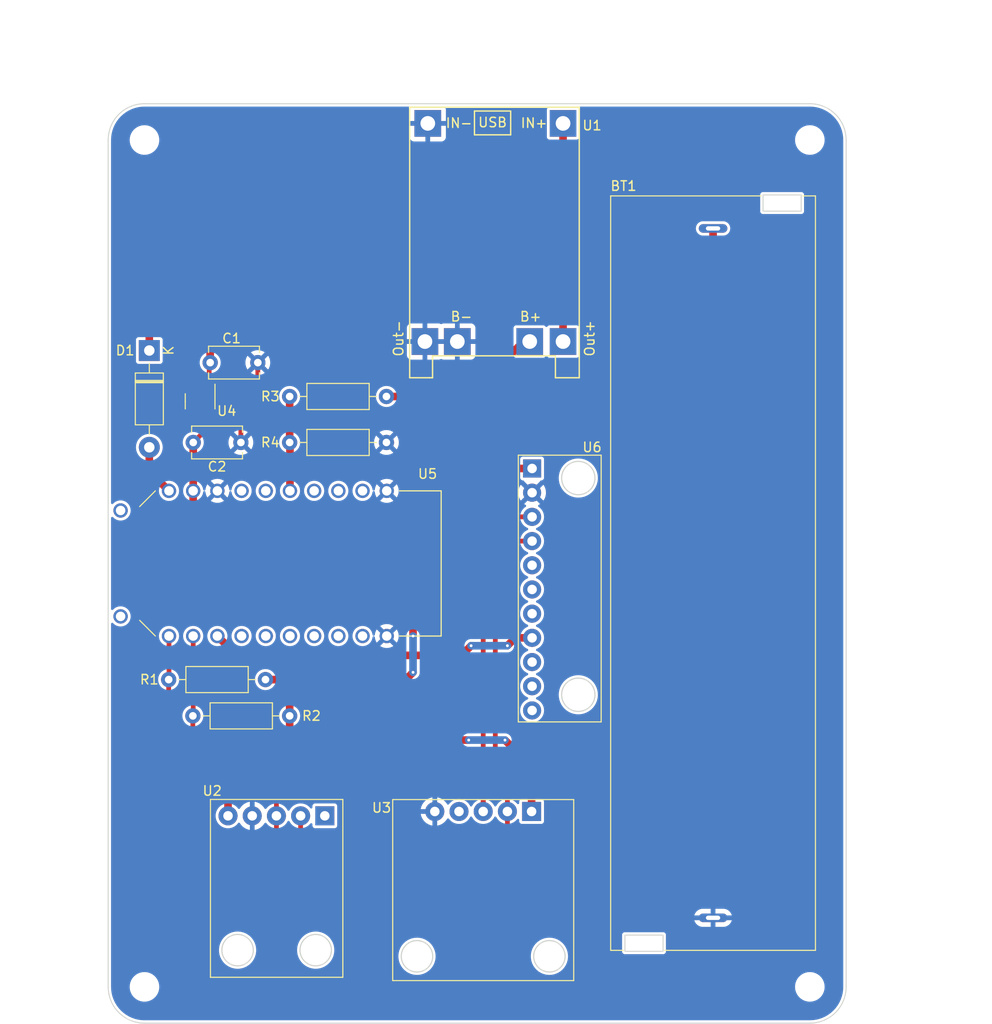
<source format=kicad_pcb>
(kicad_pcb (version 20211014) (generator pcbnew)
  (layers (0 "F.Cu" signal) (31 "B.Cu" power) (34 "B.Paste" user) (35 "F.Paste" user) (36 "B.SilkS" user "B.Silkscreen") (37 "F.SilkS" user "F.Silkscreen") (38 "B.Mask" user) (39 "F.Mask" user) (44 "Edge.Cuts" user))
  (net 0 "")
  (net 1 "VCC")
  (net 2 "GND")
  (net 3 "+3V0")
  (net 4 "Net-(D1-Pad1)")
  (net 5 "VBUS")
  (net 6 "/VBAT")
  (net 7 "/SDA")
  (net 8 "/SCL")
  (net 9 "Net-(R3-Pad2)")
  (net 15 "/INT1")
  (footprint "custom:MODULE_NRF52840-DONGLE" (layer "F.Cu") (at 95.758 97.79 180)
    (fp_text reference "U5" (at -21.59 9.398 180) (layer "F.SilkS"))
    (fp_text value "NRF52840-DONGLE")
    (fp_line (start -23.02 7.62) (end -18.65 7.62) (layer "F.SilkS") (width 0.127))
    (fp_line (start 6.985 7.62) (end 8.636 5.969) (layer "F.SilkS") (width 0.12))
    (fp_line (start -18.65 -7.62) (end -23.02 -7.62) (layer "F.SilkS") (width 0.127))
    (fp_line (start 6.985 -7.62) (end 8.636 -5.969) (layer "F.SilkS") (width 0.12))
    (fp_line (start -23.02 -7.62) (end -23.02 7.62) (layer "F.SilkS") (width 0.127))
    (pad "0.02" thru_hole circle (at -7.145 7.62 180) (size 1.508 1.508) (drill 1) (layers *.Cu *.Mask) (net 9 "Net-(R3-Pad2)"))
    (pad "0.09" thru_hole circle (at -12.225 -7.62 180) (size 1.508 1.508) (drill 1) (layers *.Cu *.Mask))
    (pad "0.10" thru_hole circle (at -14.765 -7.62 180) (size 1.508 1.508) (drill 1) (layers *.Cu *.Mask))
    (pad "0.13" thru_hole circle (at 5.555 -7.62 180) (size 1.508 1.508) (drill 1) (layers *.Cu *.Mask) (net 7 "/SDA"))
    (pad "0.15" thru_hole circle (at 3.015 -7.62 180) (size 1.508 1.508) (drill 1) (layers *.Cu *.Mask) (net 8 "/SCL"))
    (pad "0.17" thru_hole circle (at 0.475 -7.62 180) (size 1.508 1.508) (drill 1) (layers *.Cu *.Mask) (net 15 "/INT1"))
    (pad "0.20" thru_hole circle (at -2.065 -7.62 180) (size 1.508 1.508) (drill 1) (layers *.Cu *.Mask))
    (pad "0.22" thru_hole circle (at -4.605 -7.62 180) (size 1.508 1.508) (drill 1) (layers *.Cu *.Mask))
    (pad "0.24" thru_hole circle (at -7.145 -7.62 180) (size 1.508 1.508) (drill 1) (layers *.Cu *.Mask))
    (pad "0.29" thru_hole circle (at -4.605 7.62 180) (size 1.508 1.508) (drill 1) (layers *.Cu *.Mask))
    (pad "0.31" thru_hole circle (at -2.065 7.62 180) (size 1.508 1.508) (drill 1) (layers *.Cu *.Mask))
    (pad "1.00" thru_hole circle (at -9.685 -7.62 180) (size 1.508 1.508) (drill 1) (layers *.Cu *.Mask))
    (pad "1.10" thru_hole circle (at -14.765 7.62 180) (size 1.508 1.508) (drill 1) (layers *.Cu *.Mask))
    (pad "1.13" thru_hole circle (at -12.225 7.62 180) (size 1.508 1.508) (drill 1) (layers *.Cu *.Mask))
    (pad "1.15" thru_hole circle (at -9.685 7.62 180) (size 1.508 1.508) (drill 1) (layers *.Cu *.Mask))
    (pad "G1" thru_hole circle (at -17.305 -7.62 180) (size 1.508 1.508) (drill 1) (layers *.Cu *.Mask) (net 2 "GND"))
    (pad "G2" thru_hole circle (at -17.305 7.62 180) (size 1.508 1.508) (drill 1) (layers *.Cu *.Mask) (net 2 "GND"))
    (pad "G3" thru_hole circle (at 0.475 7.62 180) (size 1.508 1.508) (drill 1) (layers *.Cu *.Mask) (net 2 "GND"))
    (pad "OUT" thru_hole circle (at 3.015 7.62 180) (size 1.508 1.508) (drill 1) (layers *.Cu *.Mask) (net 3 "+3V0"))
    (pad "SWDCLK" thru_hole circle (at 10.635 5.56 180) (size 1.508 1.508) (drill 1) (layers *.Cu *.Mask))
    (pad "SWDIO" thru_hole circle (at 10.635 -5.56 180) (size 1.508 1.508) (drill 1) (layers *.Cu *.Mask))
    (pad "VBUS" thru_hole circle (at 5.555 7.62 180) (size 1.508 1.508) (drill 1) (layers *.Cu *.Mask) (net 5 "VBUS"))
  )
  (footprint "custom:TP4056-18650" (layer "F.Cu") (at 133.2725 49.8955 -90)
    (fp_text reference "U1" (at 1.9205 -1.3475) (layer "F.SilkS"))
    (fp_text value "TP4056")
    (fp_text user "B+" (at 21.9865 5.1) (layer "F.SilkS"))
    (fp_text user "B-" (at 21.9865 12.3685) (layer "F.SilkS"))
    (fp_text user "USB" (at 1.6 9.1) (layer "F.SilkS"))
    (fp_text user "IN+" (at 1.6665 4.7485) (layer "F.SilkS"))
    (fp_text user "Out-" (at 24.2725 18.9725 90) (layer "F.SilkS"))
    (fp_text user "IN-" (at 1.6665 12.6225) (layer "F.SilkS"))
    (fp_text user "Out+" (at 24.2725 -1.0935 90) (layer "F.SilkS"))
    (fp_line (start 28.4 15.4) (end 28.4 15.7) (layer "F.SilkS") (width 0.15))
    (fp_line (start 26.1 2.5) (end 26.1 15.4) (layer "F.SilkS") (width 0.15))
    (fp_line (start 2.9 11) (end 0.4 11) (layer "F.SilkS") (width 0.15))
    (fp_line (start 0.4 7.2) (end 2.9 7.2) (layer "F.SilkS") (width 0.15))
    (fp_line (start 28.4 17.8) (end 0 17.8) (layer "F.SilkS") (width 0.15))
    (fp_line (start 26.3 0) (end 28.4 0) (layer "F.SilkS") (width 0.15))
    (fp_line (start 0 0) (end 26.3 0) (layer "F.SilkS") (width 0.15))
    (fp_line (start 28.4 0) (end 28.4 2.5) (layer "F.SilkS") (width 0.15))
    (fp_line (start 28.4 2.5) (end 26.1 2.5) (layer "F.SilkS") (width 0.15))
    (fp_line (start 28.4 15.7) (end 28.4 17.8) (layer "F.SilkS") (width 0.15))
    (fp_line (start 2.9 7.2) (end 2.9 11) (layer "F.SilkS") (width 0.15))
    (fp_line (start 26.1 15.4) (end 26.4 15.4) (layer "F.SilkS") (width 0.15))
    (fp_line (start 0 17.8) (end 0 0) (layer "F.SilkS") (width 0.15))
    (fp_line (start 26.3 15.4) (end 28.4 15.4) (layer "F.SilkS") (width 0.15))
    (fp_line (start 0.4 11) (end 0.4 7.3) (layer "F.SilkS") (width 0.15))
    (pad "1" thru_hole rect (at 1.7 1.7 270) (size 2.8 2.8) (drill 1.54) (layers *.Cu *.Mask) (net 4 "Net-(D1-Pad1)"))
    (pad "2" thru_hole rect (at 1.7 15.9 270) (size 2.8 2.8) (drill 1.54) (layers *.Cu *.Mask) (net 2 "GND"))
    (pad "3" thru_hole rect (at 24.6 1.7 270) (size 2.8 2.8) (drill 1.54) (layers *.Cu *.Mask) (net 1 "VCC"))
    (pad "4" thru_hole rect (at 24.6 5.2 270) (size 2.8 2.8) (drill 1.54) (layers *.Cu *.Mask) (net 6 "/VBAT"))
    (pad "5" thru_hole rect (at 24.6 12.8 270) (size 2.8 2.8) (drill 1.54) (layers *.Cu *.Mask) (net 2 "GND"))
    (pad "6" thru_hole rect (at 24.6 16.2 270) (size 2.8 2.8) (drill 1.54) (layers *.Cu *.Mask) (net 2 "GND"))
  )
  (footprint "Resistor_THT:R_Axial_DIN0207_L6.3mm_D2.5mm_P10.16mm_Horizontal" (layer "F.Cu") (at 113.03 80.264 180)
    (fp_text reference "R3" (at 12.192 0 180) (layer "F.SilkS"))
    (fp_text value "100k")
    (fp_line (start 8.35 1.37) (end 8.35 -1.37) (layer "F.SilkS") (width 0.12))
    (fp_line (start 9.12 0) (end 8.35 0) (layer "F.SilkS") (width 0.12))
    (fp_line (start 1.81 1.37) (end 8.35 1.37) (layer "F.SilkS") (width 0.12))
    (fp_line (start 8.35 -1.37) (end 1.81 -1.37) (layer "F.SilkS") (width 0.12))
    (fp_line (start 1.81 -1.37) (end 1.81 1.37) (layer "F.SilkS") (width 0.12))
    (fp_line (start 1.04 0) (end 1.81 0) (layer "F.SilkS") (width 0.12))
    (pad "1" thru_hole circle (at 0 0 180) (size 1.6 1.6) (drill 0.8) (layers *.Cu *.Mask) (net 6 "/VBAT"))
    (pad "2" thru_hole oval (at 10.16 0 180) (size 1.6 1.6) (drill 0.8) (layers *.Cu *.Mask) (net 9 "Net-(R3-Pad2)"))
  )
  (footprint "Resistor_THT:R_Axial_DIN0207_L6.3mm_D2.5mm_P10.16mm_Horizontal" (layer "F.Cu") (at 92.71 113.792)
    (fp_text reference "R2" (at 12.446 0) (layer "F.SilkS"))
    (fp_text value "4.7k")
    (fp_line (start 8.35 1.37) (end 8.35 -1.37) (layer "F.SilkS") (width 0.12))
    (fp_line (start 1.81 -1.37) (end 1.81 1.37) (layer "F.SilkS") (width 0.12))
    (fp_line (start 1.81 1.37) (end 8.35 1.37) (layer "F.SilkS") (width 0.12))
    (fp_line (start 9.12 0) (end 8.35 0) (layer "F.SilkS") (width 0.12))
    (fp_line (start 8.35 -1.37) (end 1.81 -1.37) (layer "F.SilkS") (width 0.12))
    (fp_line (start 1.04 0) (end 1.81 0) (layer "F.SilkS") (width 0.12))
    (pad "1" thru_hole circle (at 0 0) (size 1.6 1.6) (drill 0.8) (layers *.Cu *.Mask) (net 8 "/SCL"))
    (pad "2" thru_hole oval (at 10.16 0) (size 1.6 1.6) (drill 0.8) (layers *.Cu *.Mask) (net 3 "+3V0"))
  )
  (footprint "custom:BH1750" (layer "F.Cu") (at 108.455 141.235 180)
    (fp_text reference "U2" (at 13.713 19.569 unlocked) (layer "F.SilkS"))
    (fp_text value "BH1750")
    (fp_line (start 0 0) (end 0 18.669) (layer "F.SilkS") (width 0.12))
    (fp_line (start 13.9 0) (end 13.9 18.669) (layer "F.SilkS") (width 0.12))
    (fp_line (start 0 0) (end 13.9 0) (layer "F.SilkS") (width 0.12))
    (fp_line (start 0 18.669) (end 13.9 18.669) (layer "F.SilkS") (width 0.12))
    (fp_circle (center 11.05 2.85) (end 12.7 2.85) (layer "Edge.Cuts") (width 0.12) (fill none))
    (fp_circle (center 2.85 2.85) (end 4.5 2.85) (layer "Edge.Cuts") (width 0.12) (fill none))
    (pad "1" thru_hole rect (at 1.893 16.95 270) (size 2 2) (drill 1) (layers *.Cu *.Mask))
    (pad "2" thru_hole oval (at 4.433 16.95 270) (size 2 2) (drill 1) (layers *.Cu *.Mask) (net 7 "/SDA"))
    (pad "3" thru_hole oval (at 6.973 16.95 270) (size 2 2) (drill 1) (layers *.Cu *.Mask) (net 8 "/SCL"))
    (pad "4" thru_hole oval (at 9.513 16.95 270) (size 2 2) (drill 1) (layers *.Cu *.Mask) (net 2 "GND"))
    (pad "5" thru_hole oval (at 12.053 16.95 270) (size 2 2) (drill 1) (layers *.Cu *.Mask) (net 3 "+3V0"))
  )
  (footprint "MountingHole:MountingHole_2.5mm" (layer "F.Cu") (at 157.48 53.34)
    (fp_text reference "H2" hide)
    (fp_text value "MountingHole" hide)
    (pad "" np_thru_hole circle (at 0 0) (size 2.5 2.5) (drill 2.5) (layers *.Cu *.Mask))
  )
  (footprint "MountingHole:MountingHole_2.5mm" (layer "F.Cu") (at 87.63 142.24)
    (fp_text reference "H4" hide)
    (fp_text value "MountingHole" hide)
    (pad "" np_thru_hole circle (at 0 0) (size 2.5 2.5) (drill 2.5) (layers *.Cu *.Mask))
  )
  (footprint "Resistor_THT:R_Axial_DIN0207_L6.3mm_D2.5mm_P10.16mm_Horizontal" (layer "F.Cu") (at 113.03 85.09 180)
    (fp_text reference "R4" (at 12.192 0 180) (layer "F.SilkS"))
    (fp_text value "100k")
    (fp_line (start 9.12 0) (end 8.35 0) (layer "F.SilkS") (width 0.12))
    (fp_line (start 1.04 0) (end 1.81 0) (layer "F.SilkS") (width 0.12))
    (fp_line (start 8.35 -1.37) (end 1.81 -1.37) (layer "F.SilkS") (width 0.12))
    (fp_line (start 8.35 1.37) (end 8.35 -1.37) (layer "F.SilkS") (width 0.12))
    (fp_line (start 1.81 1.37) (end 8.35 1.37) (layer "F.SilkS") (width 0.12))
    (fp_line (start 1.81 -1.37) (end 1.81 1.37) (layer "F.SilkS") (width 0.12))
    (pad "1" thru_hole circle (at 0 0 180) (size 1.6 1.6) (drill 0.8) (layers *.Cu *.Mask) (net 2 "GND"))
    (pad "2" thru_hole oval (at 10.16 0 180) (size 1.6 1.6) (drill 0.8) (layers *.Cu *.Mask) (net 9 "Net-(R3-Pad2)"))
  )
  (footprint "Package_TO_SOT_SMD:SOT-23-5" (layer "F.Cu") (at 93.472 80.772 -90)
    (fp_text reference "U4" (at 1.016 -2.794 -180) (layer "F.SilkS"))
    (fp_text value "BU30TD3WG")
    (fp_line (start 0 -1.56) (end -1.8 -1.56) (layer "F.SilkS") (width 0.12))
    (fp_line (start 0 1.56) (end -0.8 1.56) (layer "F.SilkS") (width 0.12))
    (fp_line (start 0 -1.56) (end 0.8 -1.56) (layer "F.SilkS") (width 0.12))
    (fp_line (start 0 1.56) (end 0.8 1.56) (layer "F.SilkS") (width 0.12))
    (pad "1" smd roundrect (at -1.1375 -0.95 270) (size 1.325 0.6) (layers "F.Cu" "F.Paste" "F.Mask") (net 1 "VCC"))
    (pad "2" smd roundrect (at -1.1375 0 270) (size 1.325 0.6) (layers "F.Cu" "F.Paste" "F.Mask") (net 2 "GND"))
    (pad "3" smd roundrect (at -1.1375 0.95 270) (size 1.325 0.6) (layers "F.Cu" "F.Paste" "F.Mask") (net 1 "VCC"))
    (pad "4" smd roundrect (at 1.1375 0.95 270) (size 1.325 0.6) (layers "F.Cu" "F.Paste" "F.Mask"))
    (pad "5" smd roundrect (at 1.1375 -0.95 270) (size 1.325 0.6) (layers "F.Cu" "F.Paste" "F.Mask") (net 3 "+3V0"))
  )
  (footprint "custom:BME688" (layer "F.Cu") (at 123.19 132.08 180)
    (fp_text reference "U3" (at 10.668 8.636 unlocked) (layer "F.SilkS"))
    (fp_text value "BME688")
    (fp_line (start -9.5 -9.5) (end -9.5 9.5) (layer "F.SilkS") (width 0.12))
    (fp_line (start -9.5 9.5) (end 9.5 9.5) (layer "F.SilkS") (width 0.12))
    (fp_line (start -9.5 -9.5) (end 9.5 -9.5) (layer "F.SilkS") (width 0.12))
    (fp_line (start 9.5 -9.5) (end 9.5 9.5) (layer "F.SilkS") (width 0.12))
    (fp_circle (center 6.95 -6.95) (end 8.6 -6.95) (layer "Edge.Cuts") (width 0.12) (fill none))
    (fp_circle (center -6.95 -6.95) (end -5.3 -6.95) (layer "Edge.Cuts") (width 0.12) (fill none))
    (pad "1" thru_hole rect (at -5.08 8.25 270) (size 2 2) (drill 1) (layers *.Cu *.Mask) (net 3 "+3V0"))
    (pad "2" thru_hole oval (at -2.54 8.25 270) (size 2 2) (drill 1) (layers *.Cu *.Mask) (net 7 "/SDA"))
    (pad "3" thru_hole oval (at 0 8.25 270) (size 2 2) (drill 1) (layers *.Cu *.Mask) (net 8 "/SCL"))
    (pad "4" thru_hole oval (at 2.54 8.25 270) (size 2 2) (drill 1) (layers *.Cu *.Mask))
    (pad "5" thru_hole oval (at 5.08 8.25 270) (size 2 2) (drill 1) (layers *.Cu *.Mask) (net 2 "GND"))
  )
  (footprint "custom:KLS5-18650-005" (layer "F.Cu") (at 147.32 98.806 -90)
    (fp_text reference "BT1" (at -40.64 9.398 unlocked) (layer "F.SilkS"))
    (fp_text value "3.7V Li-ion")
    (fp_line (start -39.6 -10.75) (end 39.6 -10.75) (layer "F.SilkS") (width 0.12))
    (fp_line (start -39.6 10.75) (end 39.6 10.75) (layer "F.SilkS") (width 0.12))
    (fp_line (start 39.6 -10.75) (end 39.6 5.08) (layer "F.SilkS") (width 0.12))
    (fp_line (start -39.5986 -5.0546) (end -39.6 10.75) (layer "F.SilkS") (width 0.12))
    (fp_line (start -39.6 -10.75) (end -39.5986 -9.4234) (layer "F.SilkS") (width 0.12))
    (fp_line (start 39.6 9.398) (end 39.6 10.75) (layer "F.SilkS") (width 0.12))
    (fp_rect (start 39.7 9.25) (end 38 5.25) (layer "Edge.Cuts") (width 0.1) (fill none))
    (fp_rect (start -39.7 -9.25) (end -38 -5.25) (layer "Edge.Cuts") (width 0.1) (fill none))
    (pad "1" thru_hole oval (at -36.185 0 270) (size 0.9 3) (drill oval 0.45 1.5) (layers *.Cu *.Mask) (net 6 "/VBAT"))
    (pad "2" thru_hole oval (at 36.185 0 270) (size 0.9 3) (drill oval 0.45 1.5) (layers *.Cu *.Mask) (net 2 "GND"))
  )
  (footprint "Diode_THT:D_DO-41_SOD81_P10.16mm_Horizontal" (layer "F.Cu") (at 88.138 75.438 -90)
    (fp_text reference "D1" (at 0 2.54 180) (layer "F.SilkS"))
    (fp_text value "1N5817")
    (fp_text user "K" (at 0 -2.032 90) (layer "F.SilkS"))
    (fp_line (start 1.34 0) (end 2.36 0) (layer "F.SilkS") (width 0.12))
    (fp_line (start 7.8 1.47) (end 7.8 -1.47) (layer "F.SilkS") (width 0.12))
    (fp_line (start 3.14 -1.47) (end 3.14 1.47) (layer "F.SilkS") (width 0.12))
    (fp_line (start 2.36 -1.47) (end 2.36 1.47) (layer "F.SilkS") (width 0.12))
    (fp_line (start 3.38 -1.47) (end 3.38 1.47) (layer "F.SilkS") (width 0.12))
    (fp_line (start 3.26 -1.47) (end 3.26 1.47) (layer "F.SilkS") (width 0.12))
    (fp_line (start 2.36 1.47) (end 7.8 1.47) (layer "F.SilkS") (width 0.12))
    (fp_line (start 8.82 0) (end 7.8 0) (layer "F.SilkS") (width 0.12))
    (fp_line (start 7.8 -1.47) (end 2.36 -1.47) (layer "F.SilkS") (width 0.12))
    (pad "1" thru_hole rect (at 0 0 270) (size 2.2 2.2) (drill 1.1) (layers *.Cu *.Mask) (net 4 "Net-(D1-Pad1)"))
    (pad "2" thru_hole oval (at 10.16 0 270) (size 2.2 2.2) (drill 1.1) (layers *.Cu *.Mask) (net 5 "VBUS"))
  )
  (footprint "Capacitor_THT:C_Disc_D5.1mm_W3.2mm_P5.00mm" (layer "F.Cu") (at 92.75 85.09)
    (fp_text reference "C2" (at 2.5 2.54 180) (layer "F.SilkS"))
    (fp_text value "1u")
    (fp_line (start -0.17 -1.721) (end 5.17 -1.721) (layer "F.SilkS") (width 0.12))
    (fp_line (start -0.17 1.055) (end -0.17 1.721) (layer "F.SilkS") (width 0.12))
    (fp_line (start -0.17 -1.721) (end -0.17 -1.055) (layer "F.SilkS") (width 0.12))
    (fp_line (start 5.17 1.055) (end 5.17 1.721) (layer "F.SilkS") (width 0.12))
    (fp_line (start -0.17 1.721) (end 5.17 1.721) (layer "F.SilkS") (width 0.12))
    (fp_line (start 5.17 -1.721) (end 5.17 -1.055) (layer "F.SilkS") (width 0.12))
    (pad "1" thru_hole circle (at 0 0) (size 1.6 1.6) (drill 0.8) (layers *.Cu *.Mask) (net 3 "+3V0"))
    (pad "2" thru_hole circle (at 5 0) (size 1.6 1.6) (drill 0.8) (layers *.Cu *.Mask) (net 2 "GND"))
  )
  (footprint "Resistor_THT:R_Axial_DIN0207_L6.3mm_D2.5mm_P10.16mm_Horizontal" (layer "F.Cu") (at 100.33 109.982 180)
    (fp_text reference "R1" (at 12.192 0) (layer "F.SilkS"))
    (fp_text value "4.7k")
    (fp_line (start 8.35 -1.37) (end 1.81 -1.37) (layer "F.SilkS") (width 0.12))
    (fp_line (start 9.12 0) (end 8.35 0) (layer "F.SilkS") (width 0.12))
    (fp_line (start 1.81 -1.37) (end 1.81 1.37) (layer "F.SilkS") (width 0.12))
    (fp_line (start 8.35 1.37) (end 8.35 -1.37) (layer "F.SilkS") (width 0.12))
    (fp_line (start 1.81 1.37) (end 8.35 1.37) (layer "F.SilkS") (width 0.12))
    (fp_line (start 1.04 0) (end 1.81 0) (layer "F.SilkS") (width 0.12))
    (pad "1" thru_hole circle (at 0 0 180) (size 1.6 1.6) (drill 0.8) (layers *.Cu *.Mask) (net 3 "+3V0"))
    (pad "2" thru_hole oval (at 10.16 0 180) (size 1.6 1.6) (drill 0.8) (layers *.Cu *.Mask) (net 7 "/SDA"))
  )
  (footprint "Capacitor_THT:C_Disc_D5.1mm_W3.2mm_P5.00mm" (layer "F.Cu") (at 94.528 76.708)
    (fp_text reference "C1" (at 2.246 -2.54 180) (layer "F.SilkS"))
    (fp_text value "1u")
    (fp_line (start -0.17 1.721) (end 5.17 1.721) (layer "F.SilkS") (width 0.12))
    (fp_line (start 5.17 -1.721) (end 5.17 -1.055) (layer "F.SilkS") (width 0.12))
    (fp_line (start -0.17 -1.721) (end 5.17 -1.721) (layer "F.SilkS") (width 0.12))
    (fp_line (start -0.17 -1.721) (end -0.17 -1.055) (layer "F.SilkS") (width 0.12))
    (fp_line (start 5.17 1.055) (end 5.17 1.721) (layer "F.SilkS") (width 0.12))
    (fp_line (start -0.17 1.055) (end -0.17 1.721) (layer "F.SilkS") (width 0.12))
    (pad "1" thru_hole circle (at 0 0) (size 1.6 1.6) (drill 0.8) (layers *.Cu *.Mask) (net 1 "VCC"))
    (pad "2" thru_hole circle (at 5 0) (size 1.6 1.6) (drill 0.8) (layers *.Cu *.Mask) (net 2 "GND"))
  )
  (footprint "MountingHole:MountingHole_2.5mm" (layer "F.Cu") (at 87.63 53.34)
    (fp_text reference "H1" hide)
    (fp_text value "MountingHole" hide)
    (pad "" np_thru_hole circle (at 0 0) (size 2.5 2.5) (drill 2.5) (layers *.Cu *.Mask))
  )
  (footprint "MountingHole:MountingHole_2.5mm" (layer "F.Cu") (at 157.48 142.24)
    (fp_text reference "H3" hide)
    (fp_text value "MountingHole" hide)
    (pad "" np_thru_hole circle (at 0 0) (size 2.5 2.5) (drill 2.5) (layers *.Cu *.Mask))
  )
  (footprint "custom:LIS3DH" (layer "F.Cu") (at 135.573 86.425 -90)
    (fp_text reference "U6" (at -0.827 0.953 unlocked) (layer "F.SilkS"))
    (fp_text value "LIS3DH")
    (fp_line (start 0 8.7) (end 28 8.7) (layer "F.SilkS") (width 0.12))
    (fp_line (start 28 8.7) (end 28 0) (layer "F.SilkS") (width 0.12))
    (fp_line (start 0 0) (end 0 8.7) (layer "F.SilkS") (width 0.12))
    (fp_line (start 0 0) (end 28 0) (layer "F.SilkS") (width 0.12))
    (fp_circle (center 2.4 2.4) (end 4.15 2.4) (layer "Edge.Cuts") (width 0.12) (fill none))
    (fp_circle (center 25.15 2.4) (end 26.9 2.4) (layer "Edge.Cuts") (width 0.12) (fill none))
    (pad "1" thru_hole rect (at 1.397 7.25) (size 1.9 1.9) (drill 1) (layers *.Cu *.Mask) (net 3 "+3V0"))
    (pad "2" thru_hole circle (at 3.937 7.25) (size 1.9 1.9) (drill 1) (layers *.Cu *.Mask) (net 2 "GND"))
    (pad "3" thru_hole circle (at 6.477 7.25) (size 1.9 1.9) (drill 1) (layers *.Cu *.Mask) (net 8 "/SCL"))
    (pad "4" thru_hole circle (at 9.017 7.25) (size 1.9 1.9) (drill 1) (layers *.Cu *.Mask) (net 7 "/SDA"))
    (pad "5" thru_hole circle (at 11.557 7.25) (size 1.9 1.9) (drill 1) (layers *.Cu *.Mask))
    (pad "6" thru_hole circle (at 14.097 7.25) (size 1.9 1.9) (drill 1) (layers *.Cu *.Mask))
    (pad "7" thru_hole circle (at 16.637 7.25) (size 1.9 1.9) (drill 1) (layers *.Cu *.Mask))
    (pad "8" thru_hole circle (at 19.177 7.25) (size 1.9 1.9) (drill 1) (layers *.Cu *.Mask) (net 15 "/INT1"))
    (pad "9" thru_hole circle (at 21.717 7.25) (size 1.9 1.9) (drill 1) (layers *.Cu *.Mask))
    (pad "10" thru_hole circle (at 24.257 7.25) (size 1.9 1.9) (drill 1) (layers *.Cu *.Mask))
    (pad "11" thru_hole circle (at 26.797 7.25) (size 1.9 1.9) (drill 1) (layers *.Cu *.Mask))
  )
  (gr_line (start 161.29 53.34) (end 161.29 142.24) (layer "Edge.Cuts") (width 0.1))
  (gr_line (start 157.48 146.05) (end 87.63 146.05) (layer "Edge.Cuts") (width 0.1))
  (gr_arc (start 157.48 49.53) (mid 160.174077 50.645923) (end 161.29 53.34) (layer "Edge.Cuts") (width 0.1))
  (gr_line (start 83.82 53.34) (end 83.82 142.24) (layer "Edge.Cuts") (width 0.1))
  (gr_arc (start 83.82 53.34) (mid 84.935923 50.645923) (end 87.63 49.53) (layer "Edge.Cuts") (width 0.1))
  (gr_line (start 157.48 49.53) (end 87.63 49.53) (layer "Edge.Cuts") (width 0.1))
  (gr_arc (start 87.63 146.05) (mid 84.935923 144.934077) (end 83.82 142.24) (layer "Edge.Cuts") (width 0.1))
  (gr_arc (start 161.29 142.24) (mid 160.174077 144.934077) (end 157.48 146.05) (layer "Edge.Cuts") (width 0.1))
  (segment (start 131.5725 70.6125) (end 131.5725 74.4955) (width 0.8) (layer "F.Cu") (net 1))
  (segment (start 131.5725 70.6125) (end 130.81 69.85) (width 0.8) (layer "F.Cu") (net 1))
  (segment (start 94.422 79.6345) (end 94.422 78.044) (width 0.5) (layer "F.Cu") (net 1))
  (segment (start 94.528 73.112) (end 94.528 76.708) (width 0.8) (layer "F.Cu") (net 1))
  (segment (start 130.81 69.85) (end 97.79 69.85) (width 0.8) (layer "F.Cu") (net 1))
  (segment (start 97.79 69.85) (end 94.528 73.112) (width 0.8) (layer "F.Cu") (net 1))
  (segment (start 92.522 79.6345) (end 92.522 79.073472) (width 0.5) (layer "F.Cu") (net 1))
  (segment (start 92.522 79.073472) (end 93.551472 78.044) (width 0.5) (layer "F.Cu") (net 1))
  (segment (start 94.422 78.044) (end 94.422 76.814) (width 0.5) (layer "F.Cu") (net 1))
  (segment (start 93.551472 78.044) (end 94.422 78.044) (width 0.5) (layer "F.Cu") (net 1))
  (segment (start 94.422 76.814) (end 94.528 76.708) (width 0.5) (layer "F.Cu") (net 1))
  (segment (start 93.98 80.772) (end 98.298 80.772) (width 0.5) (layer "F.Cu") (net 2))
  (segment (start 97.75 85.09) (end 97.75 81.32) (width 0.5) (layer "F.Cu") (net 2))
  (segment (start 93.472 79.6345) (end 93.472 80.264) (width 0.5) (layer "F.Cu") (net 2))
  (segment (start 99.528 79.542) (end 99.528 76.708) (width 0.5) (layer "F.Cu") (net 2))
  (segment (start 98.298 80.772) (end 99.528 79.542) (width 0.5) (layer "F.Cu") (net 2))
  (segment (start 93.472 80.264) (end 93.98 80.772) (width 0.5) (layer "F.Cu") (net 2))
  (segment (start 97.75 81.32) (end 98.298 80.772) (width 0.5) (layer "F.Cu") (net 2))
  (segment (start 100.33 109.982) (end 115.062 109.982) (width 0.8) (layer "F.Cu") (net 3))
  (segment (start 92.743 90.17) (end 92.743 91.981) (width 0.8) (layer "F.Cu") (net 3))
  (segment (start 92.743 91.981) (end 93.98 93.218) (width 0.8) (layer "F.Cu") (net 3))
  (segment (start 128.27 119.126) (end 125.476 116.332) (width 0.8) (layer "F.Cu") (net 3))
  (segment (start 102.87 116.332) (end 102.87 113.792) (width 0.8) (layer "F.Cu") (net 3))
  (segment (start 93.98 93.218) (end 115.57 93.218) (width 0.8) (layer "F.Cu") (net 3))
  (segment (start 115.062 109.982) (end 115.824 109.22) (width 0.8) (layer "F.Cu") (net 3))
  (segment (start 94.422 81.9095) (end 94.422 83.418) (width 0.5) (layer "F.Cu") (net 3))
  (segment (start 115.824 92.964) (end 120.966 87.822) (width 0.8) (layer "F.Cu") (net 3))
  (segment (start 92.75 90.163) (end 92.743 90.17) (width 0.8) (layer "F.Cu") (net 3))
  (segment (start 115.57 93.218) (end 115.824 92.964) (width 0.8) (layer "F.Cu") (net 3))
  (segment (start 128.27 123.83) (end 128.27 119.126) (width 0.8) (layer "F.Cu") (net 3))
  (segment (start 102.108 109.982) (end 102.87 110.744) (width 0.8) (layer "F.Cu") (net 3))
  (segment (start 94.422 83.418) (end 92.75 85.09) (width 0.5) (layer "F.Cu") (net 3))
  (segment (start 102.87 116.332) (end 121.666 116.332) (width 0.8) (layer "F.Cu") (net 3))
  (segment (start 100.33 109.982) (end 102.108 109.982) (width 0.8) (layer "F.Cu") (net 3))
  (segment (start 102.87 110.744) (end 102.87 113.792) (width 0.8) (layer "F.Cu") (net 3))
  (segment (start 120.966 87.822) (end 128.323 87.822) (width 0.8) (layer "F.Cu") (net 3))
  (segment (start 115.824 105.41) (end 115.824 92.964) (width 0.8) (layer "F.Cu") (net 3))
  (segment (start 92.75 85.09) (end 92.75 90.163) (width 0.8) (layer "F.Cu") (net 3))
  (segment (start 96.402 124.285) (end 96.402 122.8) (width 0.8) (layer "F.Cu") (net 3))
  (segment (start 96.402 122.8) (end 102.87 116.332) (width 0.8) (layer "F.Cu") (net 3))
  (via (at 115.824 109.22) (size 0.7) (drill 0.3) (layers "F.Cu" "B.Cu") (net 3))
  (via (at 121.666 116.332) (size 0.7) (drill 0.3) (layers "F.Cu" "B.Cu") (net 3))
  (via (at 125.476 116.332) (size 0.7) (drill 0.3) (layers "F.Cu" "B.Cu") (net 3))
  (via (at 115.824 105.41) (size 0.7) (drill 0.3) (layers "F.Cu" "B.Cu") (net 3))
  (segment (start 115.824 109.22) (end 115.824 105.41) (width 0.8) (layer "B.Cu") (net 3))
  (segment (start 121.666 116.332) (end 125.476 116.332) (width 0.8) (layer "B.Cu") (net 3))
  (segment (start 88.138 72.898) (end 93.98 67.056) (width 0.8) (layer "F.Cu") (net 4))
  (segment (start 127.254 67.056) (end 131.5725 62.7375) (width 0.8) (layer "F.Cu") (net 4))
  (segment (start 88.138 75.438) (end 88.138 72.898) (width 0.8) (layer "F.Cu") (net 4))
  (segment (start 131.5725 62.7375) (end 131.5725 51.5955) (width 0.8) (layer "F.Cu") (net 4))
  (segment (start 93.98 67.056) (end 127.254 67.056) (width 0.8) (layer "F.Cu") (net 4))
  (segment (start 88.138 85.598) (end 88.138 88.105) (width 0.8) (layer "F.Cu") (net 5))
  (segment (start 88.138 88.105) (end 90.203 90.17) (width 0.8) (layer "F.Cu") (net 5))
  (segment (start 142.494 80.264) (end 121.796 80.264) (width 0.8) (layer "F.Cu") (net 6))
  (segment (start 113.03 80.264) (end 121.666 80.264) (width 0.8) (layer "F.Cu") (net 6))
  (segment (start 127.4345 74.4955) (end 121.666 80.264) (width 0.8) (layer "F.Cu") (net 6))
  (segment (start 128.0725 74.4955) (end 127.4345 74.4955) (width 0.8) (layer "F.Cu") (net 6))
  (segment (start 147.32 62.621) (end 147.32 75.438) (width 0.8) (layer "F.Cu") (net 6))
  (segment (start 147.32 75.438) (end 142.494 80.264) (width 0.8) (layer "F.Cu") (net 6))
  (segment (start 121.666 80.264) (end 121.796 80.264) (width 0.8) (layer "F.Cu") (net 6))
  (segment (start 125.538 95.442) (end 128.323 95.442) (width 0.5) (layer "F.Cu") (net 7))
  (segment (start 124.46 120.904) (end 124.46 96.52) (width 0.5) (layer "F.Cu") (net 7))
  (segment (start 90.203 105.41) (end 90.203 109.949) (width 0.5) (layer "F.Cu") (net 7))
  (segment (start 90.17 126.746) (end 92.456 129.032) (width 0.5) (layer "F.Cu") (net 7))
  (segment (start 124.46 96.52) (end 125.538 95.442) (width 0.5) (layer "F.Cu") (net 7))
  (segment (start 90.17 109.982) (end 90.17 126.746) (width 0.5) (layer "F.Cu") (net 7))
  (segment (start 125.73 123.83) (end 125.73 127.762) (width 0.5) (layer "F.Cu") (net 7))
  (segment (start 125.73 123.83) (end 125.73 122.174) (width 0.5) (layer "F.Cu") (net 7))
  (segment (start 125.73 122.174) (end 124.46 120.904) (width 0.5) (layer "F.Cu") (net 7))
  (segment (start 104.022 126.864) (end 104.022 124.285) (width 0.5) (layer "F.Cu") (net 7))
  (segment (start 92.456 129.032) (end 101.854 129.032) (width 0.5) (layer "F.Cu") (net 7))
  (segment (start 125.73 127.762) (end 124.46 129.032) (width 0.5) (layer "F.Cu") (net 7))
  (segment (start 124.46 129.032) (end 101.854 129.032) (width 0.5) (layer "F.Cu") (net 7))
  (segment (start 101.854 129.032) (end 104.022 126.864) (width 0.5) (layer "F.Cu") (net 7))
  (segment (start 90.203 109.949) (end 90.17 109.982) (width 0.5) (layer "F.Cu") (net 7))
  (segment (start 123.19 121.92) (end 123.19 123.83) (width 0.5) (layer "F.Cu") (net 8))
  (segment (start 101.482 122.038) (end 102.108 121.412) (width 0.5) (layer "F.Cu") (net 8))
  (segment (start 92.743 105.41) (end 92.743 113.759) (width 0.5) (layer "F.Cu") (net 8))
  (segment (start 102.108 121.412) (end 122.682 121.412) (width 0.5) (layer "F.Cu") (net 8))
  (segment (start 92.71 125.476) (end 94.488 127.254) (width 0.5) (layer "F.Cu") (net 8))
  (segment (start 123.19 123.83) (end 123.19 94.488) (width 0.5) (layer "F.Cu") (net 8))
  (segment (start 122.682 121.412) (end 123.19 121.92) (width 0.5) (layer "F.Cu") (net 8))
  (segment (start 94.488 127.254) (end 100.838 127.254) (width 0.5) (layer "F.Cu") (net 8))
  (segment (start 100.838 127.254) (end 101.482 126.61) (width 0.5) (layer "F.Cu") (net 8))
  (segment (start 124.776 92.902) (end 128.323 92.902) (width 0.5) (layer "F.Cu") (net 8))
  (segment (start 123.19 94.488) (end 124.776 92.902) (width 0.5) (layer "F.Cu") (net 8))
  (segment (start 92.71 113.792) (end 92.71 125.476) (width 0.5) (layer "F.Cu") (net 8))
  (segment (start 101.482 124.285) (end 101.482 122.038) (width 0.5) (layer "F.Cu") (net 8))
  (segment (start 101.482 126.61) (end 101.482 124.285) (width 0.5) (layer "F.Cu") (net 8))
  (segment (start 92.743 113.759) (end 92.71 113.792) (width 0.5) (layer "F.Cu") (net 8))
  (segment (start 102.903 85.123) (end 102.87 85.09) (width 0.8) (layer "F.Cu") (net 9))
  (segment (start 102.87 80.264) (end 102.87 85.09) (width 0.8) (layer "F.Cu") (net 9))
  (segment (start 102.903 90.17) (end 102.903 85.123) (width 0.8) (layer "F.Cu") (net 9))
  (segment (start 97.315 107.442) (end 95.283 105.41) (width 0.8) (layer "F.Cu") (net 15))
  (segment (start 121.92 106.426) (end 120.904 107.442) (width 0.8) (layer "F.Cu") (net 15))
  (segment (start 126.554 105.602) (end 125.73 106.426) (width 0.8) (layer "F.Cu") (net 15))
  (segment (start 120.904 107.442) (end 97.315 107.442) (width 0.8) (layer "F.Cu") (net 15))
  (segment (start 128.323 105.602) (end 126.554 105.602) (width 0.8) (layer "F.Cu") (net 15))
  (via (at 125.73 106.426) (size 0.7) (drill 0.3) (layers "F.Cu" "B.Cu") (net 15))
  (via (at 121.92 106.426) (size 0.7) (drill 0.3) (layers "F.Cu" "B.Cu") (net 15))
  (segment (start 125.73 106.426) (end 121.92 106.426) (width 0.8) (layer "B.Cu") (net 15))
  (zone (net 2) (net_name "GND") (layer "B.Cu") (connect_pads (clearance 0.3)) (min_thickness 0.25) (fill yes (thermal_gap 0.5) (thermal_bridge_width 0.5))
    (polygon (pts (xy 161.29 146.05) (xy 83.82 146.05) (xy 83.82 49.53) (xy 161.29 49.53)))
  )
)
</source>
